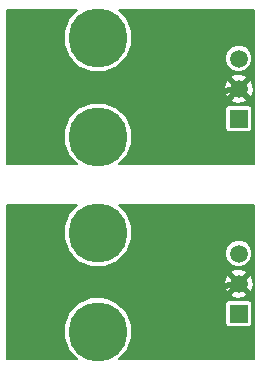
<source format=gbl>
%FSLAX45Y45*%
G04 Gerber Fmt 4.5, Leading zero omitted, Abs format (unit mm)*
G04 Created by KiCad (PCBNEW (2014-07-12 BZR 4289 GOST-COMMITTERS)-product) date 15.03.2017 23:13:34*
%MOMM*%
G01*
G04 APERTURE LIST*
%ADD10C,0.150000*%
%ADD11C,5.000000*%
%ADD12C,1.500000*%
%ADD13R,1.500000X1.500000*%
%ADD14C,0.900000*%
%ADD15C,0.500000*%
%ADD16C,0.200000*%
G04 APERTURE END LIST*
D10*
D11*
X10820400Y-8637000D03*
X10820400Y-9475200D03*
D12*
X12014200Y-8814800D03*
D13*
X12014200Y-9322800D03*
D12*
X12014200Y-9068800D03*
X12014200Y-10464800D03*
D13*
X12014200Y-10972800D03*
D12*
X12014200Y-10718800D03*
D11*
X10820400Y-11125200D03*
X10820400Y-10287000D03*
D14*
X10166200Y-8691200D03*
X10399800Y-9101800D03*
X10306200Y-8863000D03*
X11081800Y-9116300D03*
X10437400Y-9511900D03*
X10437400Y-11161900D03*
X11081800Y-10766300D03*
X10306200Y-10513000D03*
X10399800Y-10751800D03*
X10166200Y-10341200D03*
D15*
X11066400Y-9191900D02*
X11081800Y-9116300D01*
X10399800Y-9101800D02*
X10274100Y-8880900D01*
X12014200Y-9068800D02*
X11113110Y-9191900D01*
X11113110Y-9191900D02*
X11066400Y-9191900D01*
X10166200Y-8691200D02*
X10274100Y-8880900D01*
X10274100Y-8880900D02*
X10306200Y-8863000D01*
X10399800Y-9101800D02*
X10437400Y-9511900D01*
X11066400Y-9191900D02*
X11050490Y-9191900D01*
X11050490Y-9191900D02*
X10908200Y-9170190D01*
X10908200Y-9170190D02*
X10399800Y-9101800D01*
X10908200Y-10820190D02*
X10399800Y-10751800D01*
X11050490Y-10841900D02*
X10908200Y-10820190D01*
X11066400Y-10841900D02*
X11050490Y-10841900D01*
X10399800Y-10751800D02*
X10437400Y-11161900D01*
X10274100Y-10530900D02*
X10306200Y-10513000D01*
X10166200Y-10341200D02*
X10274100Y-10530900D01*
X11113110Y-10841900D02*
X11066400Y-10841900D01*
X12014200Y-10718800D02*
X11113110Y-10841900D01*
X10399800Y-10751800D02*
X10274100Y-10530900D01*
X11066400Y-10841900D02*
X11081800Y-10766300D01*
D16*
G36*
X12144500Y-11357100D02*
X12140768Y-11357100D01*
X12140768Y-10733760D01*
X12136858Y-10684186D01*
X12129220Y-10665745D01*
X12129220Y-10442025D01*
X12111749Y-10399743D01*
X12079427Y-10367365D01*
X12037175Y-10349820D01*
X11991425Y-10349780D01*
X11949143Y-10367251D01*
X11916765Y-10399573D01*
X11899220Y-10441825D01*
X11899180Y-10487575D01*
X11916651Y-10529857D01*
X11948973Y-10562235D01*
X11991225Y-10579780D01*
X12036975Y-10579820D01*
X12079257Y-10562349D01*
X12111635Y-10530027D01*
X12129180Y-10487775D01*
X12129220Y-10442025D01*
X12129220Y-10665745D01*
X12125408Y-10656543D01*
X12105393Y-10648821D01*
X12084179Y-10670034D01*
X12084179Y-10627607D01*
X12076457Y-10607592D01*
X12029160Y-10592232D01*
X11979586Y-10596142D01*
X11951943Y-10607592D01*
X11944220Y-10627607D01*
X12014200Y-10697587D01*
X12084179Y-10627607D01*
X12084179Y-10670034D01*
X12035413Y-10718800D01*
X12105393Y-10788780D01*
X12125408Y-10781057D01*
X12140768Y-10733760D01*
X12140768Y-11357100D01*
X12129200Y-11357100D01*
X12129200Y-11055757D01*
X12129200Y-11039844D01*
X12129200Y-10889844D01*
X12123110Y-10875142D01*
X12111858Y-10863890D01*
X12097156Y-10857800D01*
X12084179Y-10857800D01*
X12084179Y-10809993D01*
X12014200Y-10740013D01*
X11992987Y-10761226D01*
X11992987Y-10718800D01*
X11923007Y-10648821D01*
X11902991Y-10656543D01*
X11887632Y-10703840D01*
X11891542Y-10753414D01*
X11902991Y-10781057D01*
X11923007Y-10788780D01*
X11992987Y-10718800D01*
X11992987Y-10761226D01*
X11944220Y-10809993D01*
X11951943Y-10830009D01*
X11999240Y-10845368D01*
X12048814Y-10841458D01*
X12076457Y-10830009D01*
X12084179Y-10809993D01*
X12084179Y-10857800D01*
X12081243Y-10857800D01*
X11931243Y-10857800D01*
X11916542Y-10863890D01*
X11905290Y-10875142D01*
X11899200Y-10889844D01*
X11899200Y-10905757D01*
X11899200Y-11055757D01*
X11905290Y-11070458D01*
X11916542Y-11081710D01*
X11931243Y-11087800D01*
X11947156Y-11087800D01*
X12097156Y-11087800D01*
X12111858Y-11081710D01*
X12123110Y-11070458D01*
X12129200Y-11055757D01*
X12129200Y-11357100D01*
X10998575Y-11357100D01*
X11066107Y-11289686D01*
X11110350Y-11183138D01*
X11110450Y-11067769D01*
X11066393Y-10961143D01*
X10984886Y-10879493D01*
X10878338Y-10835251D01*
X10762969Y-10835150D01*
X10656343Y-10879207D01*
X10574693Y-10960714D01*
X10530451Y-11067262D01*
X10530350Y-11182632D01*
X10574407Y-11289257D01*
X10642131Y-11357100D01*
X10055100Y-11357100D01*
X10055100Y-10055100D01*
X10642225Y-10055100D01*
X10574693Y-10122514D01*
X10530451Y-10229062D01*
X10530350Y-10344432D01*
X10574407Y-10451057D01*
X10655914Y-10532707D01*
X10762462Y-10576950D01*
X10877832Y-10577050D01*
X10984457Y-10532993D01*
X11066107Y-10451486D01*
X11110350Y-10344938D01*
X11110450Y-10229569D01*
X11066393Y-10122943D01*
X10998669Y-10055100D01*
X12144500Y-10055100D01*
X12144500Y-11357100D01*
X12144500Y-11357100D01*
G37*
X12144500Y-11357100D02*
X12140768Y-11357100D01*
X12140768Y-10733760D01*
X12136858Y-10684186D01*
X12129220Y-10665745D01*
X12129220Y-10442025D01*
X12111749Y-10399743D01*
X12079427Y-10367365D01*
X12037175Y-10349820D01*
X11991425Y-10349780D01*
X11949143Y-10367251D01*
X11916765Y-10399573D01*
X11899220Y-10441825D01*
X11899180Y-10487575D01*
X11916651Y-10529857D01*
X11948973Y-10562235D01*
X11991225Y-10579780D01*
X12036975Y-10579820D01*
X12079257Y-10562349D01*
X12111635Y-10530027D01*
X12129180Y-10487775D01*
X12129220Y-10442025D01*
X12129220Y-10665745D01*
X12125408Y-10656543D01*
X12105393Y-10648821D01*
X12084179Y-10670034D01*
X12084179Y-10627607D01*
X12076457Y-10607592D01*
X12029160Y-10592232D01*
X11979586Y-10596142D01*
X11951943Y-10607592D01*
X11944220Y-10627607D01*
X12014200Y-10697587D01*
X12084179Y-10627607D01*
X12084179Y-10670034D01*
X12035413Y-10718800D01*
X12105393Y-10788780D01*
X12125408Y-10781057D01*
X12140768Y-10733760D01*
X12140768Y-11357100D01*
X12129200Y-11357100D01*
X12129200Y-11055757D01*
X12129200Y-11039844D01*
X12129200Y-10889844D01*
X12123110Y-10875142D01*
X12111858Y-10863890D01*
X12097156Y-10857800D01*
X12084179Y-10857800D01*
X12084179Y-10809993D01*
X12014200Y-10740013D01*
X11992987Y-10761226D01*
X11992987Y-10718800D01*
X11923007Y-10648821D01*
X11902991Y-10656543D01*
X11887632Y-10703840D01*
X11891542Y-10753414D01*
X11902991Y-10781057D01*
X11923007Y-10788780D01*
X11992987Y-10718800D01*
X11992987Y-10761226D01*
X11944220Y-10809993D01*
X11951943Y-10830009D01*
X11999240Y-10845368D01*
X12048814Y-10841458D01*
X12076457Y-10830009D01*
X12084179Y-10809993D01*
X12084179Y-10857800D01*
X12081243Y-10857800D01*
X11931243Y-10857800D01*
X11916542Y-10863890D01*
X11905290Y-10875142D01*
X11899200Y-10889844D01*
X11899200Y-10905757D01*
X11899200Y-11055757D01*
X11905290Y-11070458D01*
X11916542Y-11081710D01*
X11931243Y-11087800D01*
X11947156Y-11087800D01*
X12097156Y-11087800D01*
X12111858Y-11081710D01*
X12123110Y-11070458D01*
X12129200Y-11055757D01*
X12129200Y-11357100D01*
X10998575Y-11357100D01*
X11066107Y-11289686D01*
X11110350Y-11183138D01*
X11110450Y-11067769D01*
X11066393Y-10961143D01*
X10984886Y-10879493D01*
X10878338Y-10835251D01*
X10762969Y-10835150D01*
X10656343Y-10879207D01*
X10574693Y-10960714D01*
X10530451Y-11067262D01*
X10530350Y-11182632D01*
X10574407Y-11289257D01*
X10642131Y-11357100D01*
X10055100Y-11357100D01*
X10055100Y-10055100D01*
X10642225Y-10055100D01*
X10574693Y-10122514D01*
X10530451Y-10229062D01*
X10530350Y-10344432D01*
X10574407Y-10451057D01*
X10655914Y-10532707D01*
X10762462Y-10576950D01*
X10877832Y-10577050D01*
X10984457Y-10532993D01*
X11066107Y-10451486D01*
X11110350Y-10344938D01*
X11110450Y-10229569D01*
X11066393Y-10122943D01*
X10998669Y-10055100D01*
X12144500Y-10055100D01*
X12144500Y-11357100D01*
G36*
X12144500Y-9707100D02*
X12140768Y-9707100D01*
X12140768Y-9083760D01*
X12136858Y-9034186D01*
X12129220Y-9015745D01*
X12129220Y-8792025D01*
X12111749Y-8749743D01*
X12079427Y-8717365D01*
X12037175Y-8699820D01*
X11991425Y-8699780D01*
X11949143Y-8717251D01*
X11916765Y-8749573D01*
X11899220Y-8791825D01*
X11899180Y-8837575D01*
X11916651Y-8879857D01*
X11948973Y-8912235D01*
X11991225Y-8929780D01*
X12036975Y-8929820D01*
X12079257Y-8912349D01*
X12111635Y-8880027D01*
X12129180Y-8837775D01*
X12129220Y-8792025D01*
X12129220Y-9015745D01*
X12125408Y-9006543D01*
X12105393Y-8998821D01*
X12084179Y-9020034D01*
X12084179Y-8977607D01*
X12076457Y-8957592D01*
X12029160Y-8942232D01*
X11979586Y-8946142D01*
X11951943Y-8957592D01*
X11944220Y-8977607D01*
X12014200Y-9047587D01*
X12084179Y-8977607D01*
X12084179Y-9020034D01*
X12035413Y-9068800D01*
X12105393Y-9138780D01*
X12125408Y-9131057D01*
X12140768Y-9083760D01*
X12140768Y-9707100D01*
X12129200Y-9707100D01*
X12129200Y-9405757D01*
X12129200Y-9389844D01*
X12129200Y-9239844D01*
X12123110Y-9225142D01*
X12111858Y-9213890D01*
X12097156Y-9207800D01*
X12084179Y-9207800D01*
X12084179Y-9159993D01*
X12014200Y-9090013D01*
X11992987Y-9111226D01*
X11992987Y-9068800D01*
X11923007Y-8998821D01*
X11902991Y-9006543D01*
X11887632Y-9053840D01*
X11891542Y-9103414D01*
X11902991Y-9131057D01*
X11923007Y-9138780D01*
X11992987Y-9068800D01*
X11992987Y-9111226D01*
X11944220Y-9159993D01*
X11951943Y-9180009D01*
X11999240Y-9195368D01*
X12048814Y-9191458D01*
X12076457Y-9180009D01*
X12084179Y-9159993D01*
X12084179Y-9207800D01*
X12081243Y-9207800D01*
X11931243Y-9207800D01*
X11916542Y-9213890D01*
X11905290Y-9225142D01*
X11899200Y-9239844D01*
X11899200Y-9255757D01*
X11899200Y-9405757D01*
X11905290Y-9420458D01*
X11916542Y-9431710D01*
X11931243Y-9437800D01*
X11947156Y-9437800D01*
X12097156Y-9437800D01*
X12111858Y-9431710D01*
X12123110Y-9420458D01*
X12129200Y-9405757D01*
X12129200Y-9707100D01*
X10998575Y-9707100D01*
X11066107Y-9639686D01*
X11110350Y-9533138D01*
X11110450Y-9417769D01*
X11066393Y-9311143D01*
X10984886Y-9229493D01*
X10878338Y-9185251D01*
X10762969Y-9185150D01*
X10656343Y-9229207D01*
X10574693Y-9310714D01*
X10530451Y-9417262D01*
X10530350Y-9532632D01*
X10574407Y-9639257D01*
X10642131Y-9707100D01*
X10055100Y-9707100D01*
X10055100Y-8405100D01*
X10642225Y-8405100D01*
X10574693Y-8472514D01*
X10530451Y-8579062D01*
X10530350Y-8694432D01*
X10574407Y-8801057D01*
X10655914Y-8882707D01*
X10762462Y-8926950D01*
X10877832Y-8927050D01*
X10984457Y-8882993D01*
X11066107Y-8801486D01*
X11110350Y-8694938D01*
X11110450Y-8579569D01*
X11066393Y-8472943D01*
X10998669Y-8405100D01*
X12144500Y-8405100D01*
X12144500Y-9707100D01*
X12144500Y-9707100D01*
G37*
X12144500Y-9707100D02*
X12140768Y-9707100D01*
X12140768Y-9083760D01*
X12136858Y-9034186D01*
X12129220Y-9015745D01*
X12129220Y-8792025D01*
X12111749Y-8749743D01*
X12079427Y-8717365D01*
X12037175Y-8699820D01*
X11991425Y-8699780D01*
X11949143Y-8717251D01*
X11916765Y-8749573D01*
X11899220Y-8791825D01*
X11899180Y-8837575D01*
X11916651Y-8879857D01*
X11948973Y-8912235D01*
X11991225Y-8929780D01*
X12036975Y-8929820D01*
X12079257Y-8912349D01*
X12111635Y-8880027D01*
X12129180Y-8837775D01*
X12129220Y-8792025D01*
X12129220Y-9015745D01*
X12125408Y-9006543D01*
X12105393Y-8998821D01*
X12084179Y-9020034D01*
X12084179Y-8977607D01*
X12076457Y-8957592D01*
X12029160Y-8942232D01*
X11979586Y-8946142D01*
X11951943Y-8957592D01*
X11944220Y-8977607D01*
X12014200Y-9047587D01*
X12084179Y-8977607D01*
X12084179Y-9020034D01*
X12035413Y-9068800D01*
X12105393Y-9138780D01*
X12125408Y-9131057D01*
X12140768Y-9083760D01*
X12140768Y-9707100D01*
X12129200Y-9707100D01*
X12129200Y-9405757D01*
X12129200Y-9389844D01*
X12129200Y-9239844D01*
X12123110Y-9225142D01*
X12111858Y-9213890D01*
X12097156Y-9207800D01*
X12084179Y-9207800D01*
X12084179Y-9159993D01*
X12014200Y-9090013D01*
X11992987Y-9111226D01*
X11992987Y-9068800D01*
X11923007Y-8998821D01*
X11902991Y-9006543D01*
X11887632Y-9053840D01*
X11891542Y-9103414D01*
X11902991Y-9131057D01*
X11923007Y-9138780D01*
X11992987Y-9068800D01*
X11992987Y-9111226D01*
X11944220Y-9159993D01*
X11951943Y-9180009D01*
X11999240Y-9195368D01*
X12048814Y-9191458D01*
X12076457Y-9180009D01*
X12084179Y-9159993D01*
X12084179Y-9207800D01*
X12081243Y-9207800D01*
X11931243Y-9207800D01*
X11916542Y-9213890D01*
X11905290Y-9225142D01*
X11899200Y-9239844D01*
X11899200Y-9255757D01*
X11899200Y-9405757D01*
X11905290Y-9420458D01*
X11916542Y-9431710D01*
X11931243Y-9437800D01*
X11947156Y-9437800D01*
X12097156Y-9437800D01*
X12111858Y-9431710D01*
X12123110Y-9420458D01*
X12129200Y-9405757D01*
X12129200Y-9707100D01*
X10998575Y-9707100D01*
X11066107Y-9639686D01*
X11110350Y-9533138D01*
X11110450Y-9417769D01*
X11066393Y-9311143D01*
X10984886Y-9229493D01*
X10878338Y-9185251D01*
X10762969Y-9185150D01*
X10656343Y-9229207D01*
X10574693Y-9310714D01*
X10530451Y-9417262D01*
X10530350Y-9532632D01*
X10574407Y-9639257D01*
X10642131Y-9707100D01*
X10055100Y-9707100D01*
X10055100Y-8405100D01*
X10642225Y-8405100D01*
X10574693Y-8472514D01*
X10530451Y-8579062D01*
X10530350Y-8694432D01*
X10574407Y-8801057D01*
X10655914Y-8882707D01*
X10762462Y-8926950D01*
X10877832Y-8927050D01*
X10984457Y-8882993D01*
X11066107Y-8801486D01*
X11110350Y-8694938D01*
X11110450Y-8579569D01*
X11066393Y-8472943D01*
X10998669Y-8405100D01*
X12144500Y-8405100D01*
X12144500Y-9707100D01*
M02*

</source>
